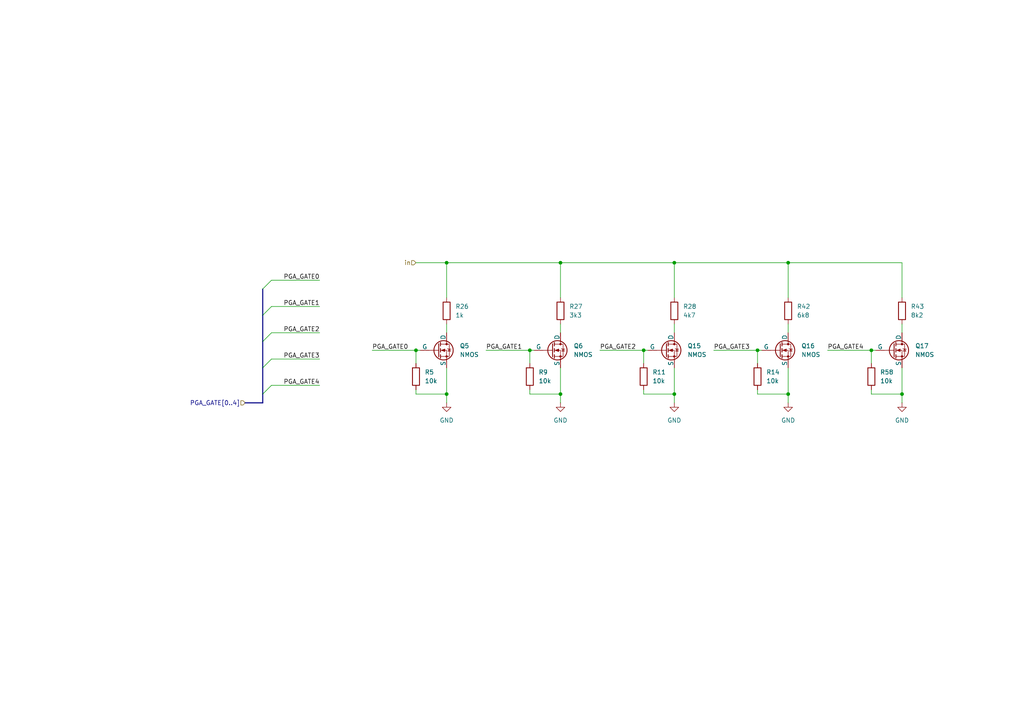
<source format=kicad_sch>
(kicad_sch (version 20231120) (generator "eeschema") (generator_version "8.0")
  (paper "A4")
  (lib_symbols
    (symbol "Device:R" (pin_numbers hide) (pin_names (offset 0))
      (property "Reference" "R" (at 2.032 0 90))
      (property "Value" "R" (at 0 0 90))
      (symbol "R_0_1"
        (rectangle (start -1.016 -2.54) (end 1.016 2.54) (stroke (width 0.254)))
      )
      (symbol "R_1_1"
        (pin passive line (at 0 3.81 270) (length 1.27) (name "~") (number "1"))
        (pin passive line (at 0 -3.81 90) (length 1.27) (name "~") (number "2"))
      )
    )
    (symbol "Simulation_SPICE:NMOS" (pin_numbers hide) (pin_names (offset 0))
      (property "Reference" "Q" (at 5.08 1.27 0))
      (property "Value" "NMOS" (at 5.08 -1.27 0))
      (symbol "NMOS_0_1"
        (polyline (pts (xy 0.254 0) (xy -2.54 0)))
        (polyline (pts (xy 0.254 1.905) (xy 0.254 -1.905)) (stroke (width 0.254)))
        (polyline (pts (xy 0.762 -1.27) (xy 0.762 -2.286)) (stroke (width 0.254)))
        (polyline (pts (xy 0.762 0.508) (xy 0.762 -0.508)) (stroke (width 0.254)))
        (polyline (pts (xy 0.762 2.286) (xy 0.762 1.27)) (stroke (width 0.254)))
        (polyline (pts (xy 2.54 2.54) (xy 2.54 1.778)))
        (polyline (pts (xy 2.54 -2.54) (xy 2.54 0) (xy 0.762 0)))
        (polyline (pts (xy 0.762 -1.778) (xy 3.302 -1.778) (xy 3.302 1.778) (xy 0.762 1.778)))
        (polyline (pts (xy 1.016 0) (xy 2.032 0.381) (xy 2.032 -0.381) (xy 1.016 0)) (fill (type outline)))
        (polyline (pts (xy 2.794 0.508) (xy 2.921 0.381) (xy 3.683 0.381) (xy 3.81 0.254)))
        (polyline (pts (xy 3.302 0.381) (xy 2.921 -0.254) (xy 3.683 -0.254) (xy 3.302 0.381)))
        (circle (center 1.651 0) (radius 2.794) (stroke (width 0.254)))
        (circle (center 2.54 -1.778) (radius 0.254) (fill (type outline)))
        (circle (center 2.54 1.778) (radius 0.254) (fill (type outline)))
      )
      (symbol "NMOS_1_1"
        (pin passive line (at 2.54 5.08 270) (length 2.54) (name "D") (number "1"))
        (pin input line (at -5.08 0 0) (length 2.54) (name "G") (number "2"))
        (pin passive line (at 2.54 -5.08 90) (length 2.54) (name "S") (number "3"))
      )
    )
    (symbol "power:GND" (power) (pin_numbers hide) (pin_names (offset 0) hide)
      (property "Value" "GND" (at 0 -3.81 0))
      (symbol "GND_0_1"
        (polyline (pts (xy 0 0) (xy 0 -1.27) (xy 1.27 -1.27) (xy 0 -2.54) (xy -1.27 -1.27) (xy 0 -1.27)))
      )
      (symbol "GND_1_1"
        (pin power_in line (at 0 0 270) (length 0) (name "~") (number "1"))
      )
    )
  )
  (junction (at 162.56 76.2))
  (junction (at 153.67 101.6))
  (junction (at 252.73 101.6))
  (junction (at 186.69 101.6))
  (junction (at 162.56 114.3))
  (junction (at 195.58 114.3))
  (junction (at 219.71 101.6))
  (junction (at 228.6 76.2))
  (junction (at 120.65 101.6))
  (junction (at 261.62 114.3))
  (junction (at 129.54 114.3))
  (junction (at 129.54 76.2))
  (junction (at 195.58 76.2))
  (junction (at 228.6 114.3))
  (bus_entry (at 78.74 111.76) (size -2.54 2.54))
  (bus_entry (at 78.74 81.28) (size -2.54 2.54))
  (bus_entry (at 78.74 88.9) (size -2.54 2.54))
  (bus_entry (at 78.74 96.52) (size -2.54 2.54))
  (bus_entry (at 78.74 104.14) (size -2.54 2.54))
  (wire (pts (xy 120.65 76.2) (xy 129.54 76.2)))
  (wire (pts (xy 162.56 106.68) (xy 162.56 114.3)))
  (wire (pts (xy 92.71 88.9) (xy 78.74 88.9)))
  (wire (pts (xy 252.73 113.03) (xy 252.73 114.3)))
  (wire (pts (xy 120.65 113.03) (xy 120.65 114.3)))
  (bus (pts (xy 76.2 99.06) (xy 76.2 106.68)))
  (wire (pts (xy 195.58 93.98) (xy 195.58 96.52)))
  (wire (pts (xy 129.54 106.68) (xy 129.54 114.3)))
  (wire (pts (xy 207.01 101.6) (xy 219.71 101.6)))
  (wire (pts (xy 219.71 101.6) (xy 219.71 105.41)))
  (wire (pts (xy 228.6 106.68) (xy 228.6 114.3)))
  (wire (pts (xy 240.03 101.6) (xy 252.73 101.6)))
  (wire (pts (xy 261.62 106.68) (xy 261.62 114.3)))
  (wire (pts (xy 92.71 81.28) (xy 78.74 81.28)))
  (wire (pts (xy 153.67 101.6) (xy 154.94 101.6)))
  (wire (pts (xy 107.95 101.6) (xy 120.65 101.6)))
  (bus (pts (xy 76.2 116.84) (xy 71.12 116.84)))
  (wire (pts (xy 195.58 86.36) (xy 195.58 76.2)))
  (wire (pts (xy 92.71 96.52) (xy 78.74 96.52)))
  (bus (pts (xy 76.2 83.82) (xy 76.2 91.44)))
  (wire (pts (xy 92.71 104.14) (xy 78.74 104.14)))
  (wire (pts (xy 162.56 93.98) (xy 162.56 96.52)))
  (wire (pts (xy 228.6 93.98) (xy 228.6 96.52)))
  (wire (pts (xy 120.65 114.3) (xy 129.54 114.3)))
  (wire (pts (xy 162.56 114.3) (xy 162.56 116.84)))
  (wire (pts (xy 228.6 114.3) (xy 228.6 116.84)))
  (wire (pts (xy 219.71 101.6) (xy 220.98 101.6)))
  (bus (pts (xy 76.2 106.68) (xy 76.2 114.3)))
  (wire (pts (xy 195.58 106.68) (xy 195.58 114.3)))
  (wire (pts (xy 129.54 93.98) (xy 129.54 96.52)))
  (wire (pts (xy 120.65 101.6) (xy 121.92 101.6)))
  (wire (pts (xy 228.6 76.2) (xy 195.58 76.2)))
  (wire (pts (xy 186.69 114.3) (xy 195.58 114.3)))
  (wire (pts (xy 186.69 113.03) (xy 186.69 114.3)))
  (wire (pts (xy 120.65 101.6) (xy 120.65 105.41)))
  (wire (pts (xy 153.67 114.3) (xy 162.56 114.3)))
  (wire (pts (xy 219.71 113.03) (xy 219.71 114.3)))
  (wire (pts (xy 228.6 86.36) (xy 228.6 76.2)))
  (wire (pts (xy 162.56 76.2) (xy 129.54 76.2)))
  (wire (pts (xy 129.54 76.2) (xy 129.54 86.36)))
  (wire (pts (xy 252.73 114.3) (xy 261.62 114.3)))
  (wire (pts (xy 261.62 76.2) (xy 228.6 76.2)))
  (wire (pts (xy 129.54 114.3) (xy 129.54 116.84)))
  (wire (pts (xy 261.62 114.3) (xy 261.62 116.84)))
  (wire (pts (xy 162.56 86.36) (xy 162.56 76.2)))
  (wire (pts (xy 186.69 101.6) (xy 186.69 105.41)))
  (wire (pts (xy 261.62 86.36) (xy 261.62 76.2)))
  (wire (pts (xy 153.67 113.03) (xy 153.67 114.3)))
  (wire (pts (xy 186.69 101.6) (xy 187.96 101.6)))
  (wire (pts (xy 261.62 93.98) (xy 261.62 96.52)))
  (wire (pts (xy 252.73 101.6) (xy 252.73 105.41)))
  (wire (pts (xy 140.97 101.6) (xy 153.67 101.6)))
  (wire (pts (xy 173.99 101.6) (xy 186.69 101.6)))
  (wire (pts (xy 252.73 101.6) (xy 254 101.6)))
  (bus (pts (xy 76.2 114.3) (xy 76.2 116.84)))
  (wire (pts (xy 195.58 114.3) (xy 195.58 116.84)))
  (wire (pts (xy 195.58 76.2) (xy 162.56 76.2)))
  (wire (pts (xy 153.67 101.6) (xy 153.67 105.41)))
  (wire (pts (xy 219.71 114.3) (xy 228.6 114.3)))
  (wire (pts (xy 92.71 111.76) (xy 78.74 111.76)))
  (bus (pts (xy 76.2 91.44) (xy 76.2 99.06)))
  (label "PGA_GATE4" (at 240.03 101.6 0))
  (label "PGA_GATE1" (at 92.71 88.9 180))
  (label "PGA_GATE0" (at 107.95 101.6 0))
  (label "PGA_GATE3" (at 207.01 101.6 0))
  (label "PGA_GATE2" (at 173.99 101.6 0))
  (label "PGA_GATE4" (at 92.71 111.76 180))
  (label "PGA_GATE1" (at 140.97 101.6 0))
  (label "PGA_GATE3" (at 92.71 104.14 180))
  (label "PGA_GATE0" (at 92.71 81.28 180))
  (label "PGA_GATE2" (at 92.71 96.52 180))
  (hierarchical_label "in" (shape input) (at 120.65 76.2 180))
  (hierarchical_label "PGA_GATE[0..4]" (shape input) (at 71.12 116.84 180))
  (symbol (lib_id "Simulation_SPICE:NMOS") (at 160.02 101.6 0) (unit 1)
    (property "Reference" "Q6" (at 166.37 100.3299 0) (effects (justify left)))
    (property "Value" "NMOS" (at 166.37 102.8699 0) (effects (justify left)))
    (property "Footprint" "Package_TO_SOT_SMD:SOT-23_Handsoldering" (effects (hide yes)))
    (property "Datasheet" "https://cz.mouser.com/ProductDetail/ROHM-Semiconductor/RUC002N05HZGT116?qs=4v%252BiZTmLVHE0lwSK%2FDyNsA%3D%3D" (effects (hide yes)))
    (property "Description" "RUC002N05HZGT116" (effects (hide yes)))
    (property "Sim.Device" "NMOS" (effects (hide yes)))
    (property "Sim.Type" "VDMOS" (effects (hide yes)))
    (property "Sim.Pins" "1=D 2=G 3=S" (effects (hide yes)))
    (instances (project "ultrasonic_V3_HW" (path "" (reference "Q6") (unit 1)) (path "" (reference "Q18") (unit 1))))
  )
  (symbol (lib_id "Simulation_SPICE:NMOS") (at 226.06 101.6 0) (unit 1)
    (property "Reference" "Q16" (at 232.41 100.3299 0) (effects (justify left)))
    (property "Value" "NMOS" (at 232.41 102.8699 0) (effects (justify left)))
    (property "Footprint" "Package_TO_SOT_SMD:SOT-23_Handsoldering" (effects (hide yes)))
    (property "Datasheet" "https://cz.mouser.com/ProductDetail/ROHM-Semiconductor/RUC002N05HZGT116?qs=4v%252BiZTmLVHE0lwSK%2FDyNsA%3D%3D" (effects (hide yes)))
    (property "Description" "RUC002N05HZGT116" (effects (hide yes)))
    (property "Sim.Device" "NMOS" (effects (hide yes)))
    (property "Sim.Type" "VDMOS" (effects (hide yes)))
    (property "Sim.Pins" "1=D 2=G 3=S" (effects (hide yes)))
    (instances (project "ultrasonic_V3_HW" (path "" (reference "Q16") (unit 1)) (path "" (reference "Q20") (unit 1))))
  )
  (symbol (lib_id "Simulation_SPICE:NMOS") (at 127 101.6 0) (unit 1)
    (property "Reference" "Q5" (at 133.35 100.3299 0) (effects (justify left)))
    (property "Value" "NMOS" (at 133.35 102.8699 0) (effects (justify left)))
    (property "Footprint" "Package_TO_SOT_SMD:SOT-23_Handsoldering" (effects (hide yes)))
    (property "Datasheet" "https://cz.mouser.com/ProductDetail/ROHM-Semiconductor/RUC002N05HZGT116?qs=4v%252BiZTmLVHE0lwSK%2FDyNsA%3D%3D" (effects (hide yes)))
    (property "Description" "RUC002N05HZGT116" (effects (hide yes)))
    (property "Sim.Device" "NMOS" (effects (hide yes)))
    (property "Sim.Type" "VDMOS" (effects (hide yes)))
    (property "Sim.Pins" "1=D 2=G 3=S" (effects (hide yes)))
    (instances (project "ultrasonic_V3_HW" (path "" (reference "Q5") (unit 1)) (path "" (reference "Q4") (unit 1))))
  )
  (symbol (lib_id "Device:R") (at 120.65 109.22 0) (unit 1)
    (property "Reference" "R5" (at 123.19 107.9499 0) (effects (justify left)))
    (property "Value" "10k" (at 123.19 110.4899 0) (effects (justify left)))
    (property "Footprint" "Resistor_SMD:R_0603_1608Metric_Pad0.98x0.95mm_HandSolder" (effects (hide yes)))
    (property "Description" "Resistor" (effects (hide yes)))
    (instances (project "ultrasonic_V3_HW" (path "" (reference "R5") (unit 1)) (path "" (reference "R8") (unit 1))))
  )
  (symbol (lib_id "Device:R") (at 228.6 90.17 180) (unit 1)
    (property "Reference" "R42" (at 231.14 88.8999 0) (effects (justify right)))
    (property "Value" "6k8" (at 231.14 91.4399 0) (effects (justify right)))
    (property "Footprint" "Resistor_SMD:R_0603_1608Metric_Pad0.98x0.95mm_HandSolder" (effects (hide yes)))
    (property "Description" "Resistor" (effects (hide yes)))
    (instances (project "ultrasonic_V3_HW" (path "" (reference "R42") (unit 1)) (path "" (reference "R46") (unit 1))))
  )
  (symbol (lib_id "power:GND") (at 228.6 116.84 0) (unit 1)
    (property "Reference" "#PWR041" (effects (hide yes)))
    (property "Value" "GND" (at 228.6 121.92 0))
    (property "Description" "Power symbol creates a global label with name \"GND\" , ground" (effects (hide yes)))
    (instances (project "ultrasonic_V3_HW" (path "" (reference "#PWR041") (unit 1)) (path "" (reference "#PWR045") (unit 1))))
  )
  (symbol (lib_id "power:GND") (at 261.62 116.84 0) (unit 1)
    (property "Reference" "#PWR042" (effects (hide yes)))
    (property "Value" "GND" (at 261.62 121.92 0))
    (property "Description" "Power symbol creates a global label with name \"GND\" , ground" (effects (hide yes)))
    (instances (project "ultrasonic_V3_HW" (path "" (reference "#PWR042") (unit 1)) (path "" (reference "#PWR046") (unit 1))))
  )
  (symbol (lib_id "Simulation_SPICE:NMOS") (at 193.04 101.6 0) (unit 1)
    (property "Reference" "Q15" (at 199.39 100.3299 0) (effects (justify left)))
    (property "Value" "NMOS" (at 199.39 102.8699 0) (effects (justify left)))
    (property "Footprint" "Package_TO_SOT_SMD:SOT-23_Handsoldering" (effects (hide yes)))
    (property "Datasheet" "https://cz.mouser.com/ProductDetail/ROHM-Semiconductor/RUC002N05HZGT116?qs=4v%252BiZTmLVHE0lwSK%2FDyNsA%3D%3D" (effects (hide yes)))
    (property "Description" "RUC002N05HZGT116" (effects (hide yes)))
    (property "Sim.Device" "NMOS" (effects (hide yes)))
    (property "Sim.Type" "VDMOS" (effects (hide yes)))
    (property "Sim.Pins" "1=D 2=G 3=S" (effects (hide yes)))
    (instances (project "ultrasonic_V3_HW" (path "" (reference "Q15") (unit 1)) (path "" (reference "Q19") (unit 1))))
  )
  (symbol (lib_id "power:GND") (at 195.58 116.84 0) (unit 1)
    (property "Reference" "#PWR040" (effects (hide yes)))
    (property "Value" "GND" (at 195.58 121.92 0))
    (property "Description" "Power symbol creates a global label with name \"GND\" , ground" (effects (hide yes)))
    (instances (project "ultrasonic_V3_HW" (path "" (reference "#PWR040") (unit 1)) (path "" (reference "#PWR044") (unit 1))))
  )
  (symbol (lib_id "Device:R") (at 153.67 109.22 0) (unit 1)
    (property "Reference" "R9" (at 156.21 107.9499 0) (effects (justify left)))
    (property "Value" "10k" (at 156.21 110.4899 0) (effects (justify left)))
    (property "Footprint" "Resistor_SMD:R_0603_1608Metric_Pad0.98x0.95mm_HandSolder" (effects (hide yes)))
    (property "Description" "Resistor" (effects (hide yes)))
    (instances (project "ultrasonic_V3_HW" (path "" (reference "R9") (unit 1)) (path "" (reference "R10") (unit 1))))
  )
  (symbol (lib_id "Device:R") (at 129.54 90.17 180) (unit 1)
    (property "Reference" "R26" (at 132.08 88.8999 0) (effects (justify right)))
    (property "Value" "1k" (at 132.08 91.4399 0) (effects (justify right)))
    (property "Footprint" "Resistor_SMD:R_0603_1608Metric_Pad0.98x0.95mm_HandSolder" (effects (hide yes)))
    (property "Description" "Resistor" (effects (hide yes)))
    (instances (project "ultrasonic_V3_HW" (path "" (reference "R26") (unit 1)) (path "" (reference "R18") (unit 1))))
  )
  (symbol (lib_id "Device:R") (at 252.73 109.22 0) (unit 1)
    (property "Reference" "R58" (at 255.27 107.9499 0) (effects (justify left)))
    (property "Value" "10k" (at 255.27 110.4899 0) (effects (justify left)))
    (property "Footprint" "Resistor_SMD:R_0603_1608Metric_Pad0.98x0.95mm_HandSolder" (effects (hide yes)))
    (property "Description" "Resistor" (effects (hide yes)))
    (instances (project "ultrasonic_V3_HW" (path "" (reference "R58") (unit 1)) (path "" (reference "R59") (unit 1))))
  )
  (symbol (lib_id "Device:R") (at 186.69 109.22 0) (unit 1)
    (property "Reference" "R11" (at 189.23 107.9499 0) (effects (justify left)))
    (property "Value" "10k" (at 189.23 110.4899 0) (effects (justify left)))
    (property "Footprint" "Resistor_SMD:R_0603_1608Metric_Pad0.98x0.95mm_HandSolder" (effects (hide yes)))
    (property "Description" "Resistor" (effects (hide yes)))
    (instances (project "ultrasonic_V3_HW" (path "" (reference "R11") (unit 1)) (path "" (reference "R12") (unit 1))))
  )
  (symbol (lib_id "Device:R") (at 195.58 90.17 180) (unit 1)
    (property "Reference" "R28" (at 198.12 88.8999 0) (effects (justify right)))
    (property "Value" "4k7" (at 198.12 91.4399 0) (effects (justify right)))
    (property "Footprint" "Resistor_SMD:R_0603_1608Metric_Pad0.98x0.95mm_HandSolder" (effects (hide yes)))
    (property "Description" "Resistor" (effects (hide yes)))
    (instances (project "ultrasonic_V3_HW" (path "" (reference "R28") (unit 1)) (path "" (reference "R45") (unit 1))))
  )
  (symbol (lib_id "power:GND") (at 162.56 116.84 0) (unit 1)
    (property "Reference" "#PWR039" (effects (hide yes)))
    (property "Value" "GND" (at 162.56 121.92 0))
    (property "Description" "Power symbol creates a global label with name \"GND\" , ground" (effects (hide yes)))
    (instances (project "ultrasonic_V3_HW" (path "" (reference "#PWR039") (unit 1)) (path "" (reference "#PWR043") (unit 1))))
  )
  (symbol (lib_id "Device:R") (at 261.62 90.17 180) (unit 1)
    (property "Reference" "R43" (at 264.16 88.8999 0) (effects (justify right)))
    (property "Value" "8k2" (at 264.16 91.4399 0) (effects (justify right)))
    (property "Footprint" "Resistor_SMD:R_0603_1608Metric_Pad0.98x0.95mm_HandSolder" (effects (hide yes)))
    (property "Description" "Resistor" (effects (hide yes)))
    (instances (project "ultrasonic_V3_HW" (path "" (reference "R43") (unit 1)) (path "" (reference "R47") (unit 1))))
  )
  (symbol (lib_id "power:GND") (at 129.54 116.84 0) (unit 1)
    (property "Reference" "#PWR038" (effects (hide yes)))
    (property "Value" "GND" (at 129.54 121.92 0))
    (property "Description" "Power symbol creates a global label with name \"GND\" , ground" (effects (hide yes)))
    (instances (project "ultrasonic_V3_HW" (path "" (reference "#PWR038") (unit 1)) (path "" (reference "#PWR017") (unit 1))))
  )
  (symbol (lib_id "Simulation_SPICE:NMOS") (at 259.08 101.6 0) (unit 1)
    (property "Reference" "Q17" (at 265.43 100.3299 0) (effects (justify left)))
    (property "Value" "NMOS" (at 265.43 102.8699 0) (effects (justify left)))
    (property "Footprint" "Package_TO_SOT_SMD:SOT-23_Handsoldering" (effects (hide yes)))
    (property "Datasheet" "https://cz.mouser.com/ProductDetail/ROHM-Semiconductor/RUC002N05HZGT116?qs=4v%252BiZTmLVHE0lwSK%2FDyNsA%3D%3D" (effects (hide yes)))
    (property "Description" "RUC002N05HZGT116" (effects (hide yes)))
    (property "Sim.Device" "NMOS" (effects (hide yes)))
    (property "Sim.Type" "VDMOS" (effects (hide yes)))
    (property "Sim.Pins" "1=D 2=G 3=S" (effects (hide yes)))
    (instances (project "ultrasonic_V3_HW" (path "" (reference "Q17") (unit 1)) (path "" (reference "Q21") (unit 1))))
  )
  (symbol (lib_id "Device:R") (at 219.71 109.22 0) (unit 1)
    (property "Reference" "R14" (at 222.25 107.9499 0) (effects (justify left)))
    (property "Value" "10k" (at 222.25 110.4899 0) (effects (justify left)))
    (property "Footprint" "Resistor_SMD:R_0603_1608Metric_Pad0.98x0.95mm_HandSolder" (effects (hide yes)))
    (property "Description" "Resistor" (effects (hide yes)))
    (instances (project "ultrasonic_V3_HW" (path "" (reference "R14") (unit 1)) (path "" (reference "R15") (unit 1))))
  )
  (symbol (lib_id "Device:R") (at 162.56 90.17 180) (unit 1)
    (property "Reference" "R27" (at 165.1 88.8999 0) (effects (justify right)))
    (property "Value" "3k3" (at 165.1 91.4399 0) (effects (justify right)))
    (property "Footprint" "Resistor_SMD:R_0603_1608Metric_Pad0.98x0.95mm_HandSolder" (effects (hide yes)))
    (property "Description" "Resistor" (effects (hide yes)))
    (instances (project "ultrasonic_V3_HW" (path "" (reference "R27") (unit 1)) (path "" (reference "R44") (unit 1))))
  )
)
</source>
